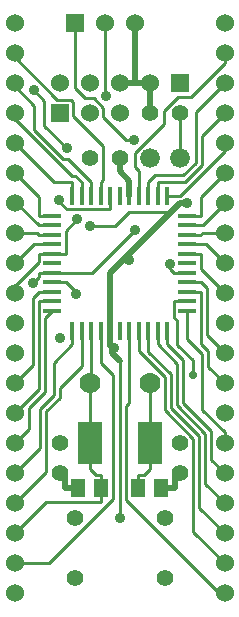
<source format=gtl>
G04 (created by PCBNEW (2013-mar-13)-testing) date Wed 17 Sep 2014 03:38:06 PM PDT*
%MOIN*%
G04 Gerber Fmt 3.4, Leading zero omitted, Abs format*
%FSLAX34Y34*%
G01*
G70*
G90*
G04 APERTURE LIST*
%ADD10C,0.005906*%
%ADD11C,0.055000*%
%ADD12R,0.051200X0.059000*%
%ADD13C,0.066000*%
%ADD14R,0.016000X0.060000*%
%ADD15R,0.060000X0.016000*%
%ADD16R,0.060000X0.060000*%
%ADD17C,0.060000*%
%ADD18C,0.070000*%
%ADD19R,0.080000X0.140000*%
%ADD20C,0.035000*%
%ADD21C,0.028000*%
%ADD22C,0.010000*%
%ADD23C,0.020000*%
G04 APERTURE END LIST*
G54D10*
G54D11*
X57500Y-32000D03*
X56500Y-32000D03*
X59500Y-41500D03*
X59500Y-42500D03*
X55500Y-41500D03*
X55500Y-42500D03*
G54D12*
X56875Y-43000D03*
X56125Y-43000D03*
X58125Y-43000D03*
X58875Y-43000D03*
G54D13*
X58500Y-32000D03*
X59500Y-32000D03*
G54D14*
X57500Y-33250D03*
X57185Y-33250D03*
X56870Y-33250D03*
X56555Y-33250D03*
X56240Y-33250D03*
X55925Y-33250D03*
X57815Y-33250D03*
X58130Y-33250D03*
X58445Y-33250D03*
X58760Y-33250D03*
X59075Y-33250D03*
X57500Y-37750D03*
X57185Y-37750D03*
X56870Y-37750D03*
X56555Y-37750D03*
X56240Y-37750D03*
X55925Y-37750D03*
X57815Y-37750D03*
X58130Y-37750D03*
X58445Y-37750D03*
X58760Y-37750D03*
X59075Y-37750D03*
G54D15*
X55250Y-35500D03*
X59750Y-35500D03*
X55250Y-35815D03*
X59750Y-35815D03*
X59750Y-36130D03*
X55250Y-36130D03*
X55250Y-36445D03*
X59750Y-36445D03*
X59750Y-36760D03*
X55250Y-36760D03*
X55250Y-37075D03*
X59750Y-37075D03*
X59750Y-35185D03*
X55250Y-35185D03*
X55250Y-34870D03*
X59750Y-34870D03*
X59750Y-34555D03*
X55250Y-34555D03*
X55250Y-34240D03*
X59750Y-34240D03*
X59750Y-33925D03*
X55250Y-33925D03*
G54D16*
X56000Y-27500D03*
G54D17*
X57000Y-27500D03*
X58000Y-27500D03*
X54000Y-27500D03*
X54000Y-28500D03*
X54000Y-29500D03*
X54000Y-30500D03*
X54000Y-31500D03*
X54000Y-32500D03*
X54000Y-33500D03*
X54000Y-34500D03*
X54000Y-35500D03*
X54000Y-36500D03*
X54000Y-37500D03*
X54000Y-38500D03*
X54000Y-39500D03*
X54000Y-40500D03*
X54000Y-41500D03*
X54000Y-42500D03*
X54000Y-43500D03*
X54000Y-44500D03*
X54000Y-45500D03*
X54000Y-46500D03*
G54D16*
X55500Y-30500D03*
G54D17*
X55500Y-29500D03*
X56500Y-30500D03*
X56500Y-29500D03*
X57500Y-30500D03*
X57500Y-29500D03*
X61000Y-27500D03*
X61000Y-28500D03*
X61000Y-29500D03*
X61000Y-30500D03*
X61000Y-31500D03*
X61000Y-32500D03*
X61000Y-33500D03*
X61000Y-34500D03*
X61000Y-35500D03*
X61000Y-36500D03*
X61000Y-37500D03*
X61000Y-38500D03*
X61000Y-39500D03*
X61000Y-40500D03*
X61000Y-41500D03*
X61000Y-42500D03*
X61000Y-43500D03*
X61000Y-44500D03*
X61000Y-45500D03*
X61000Y-46500D03*
G54D11*
X59500Y-30500D03*
X58500Y-30500D03*
X59000Y-44000D03*
X59000Y-46000D03*
X56000Y-44000D03*
X56000Y-46000D03*
G54D18*
X56500Y-39500D03*
X58500Y-39500D03*
G54D19*
X56500Y-41500D03*
X58500Y-41500D03*
G54D16*
X59500Y-29500D03*
G54D17*
X58500Y-29500D03*
G54D20*
X55500Y-38000D03*
X57800Y-35400D03*
X56500Y-34250D03*
X57500Y-44000D03*
X57314Y-38333D03*
X59750Y-33500D03*
X54632Y-29728D03*
X55727Y-31671D03*
X55484Y-33397D03*
G54D21*
X59928Y-39228D03*
G54D20*
X56074Y-34035D03*
X57052Y-29937D03*
X58000Y-34400D03*
X57975Y-31378D03*
X54615Y-36150D03*
X56036Y-36521D03*
X59162Y-35523D03*
G54D22*
X57700Y-35300D02*
X57800Y-35400D01*
X59200Y-33800D02*
X57800Y-33800D01*
X57350Y-34250D02*
X56500Y-34250D01*
X57800Y-33800D02*
X57350Y-34250D01*
X57500Y-39250D02*
X57500Y-44000D01*
X57500Y-39250D02*
X57500Y-38750D01*
G54D23*
X57500Y-38750D02*
X57250Y-38500D01*
X57250Y-38500D02*
X57250Y-38398D01*
X57250Y-38398D02*
X57314Y-38333D01*
X57185Y-37750D02*
X57185Y-38250D01*
X57231Y-38250D02*
X57185Y-38250D01*
X57314Y-38333D02*
X57231Y-38250D01*
X59750Y-33500D02*
X59500Y-33500D01*
X59500Y-33500D02*
X59200Y-33800D01*
X57185Y-35815D02*
X57185Y-37750D01*
X58750Y-34250D02*
X57700Y-35300D01*
X57700Y-35300D02*
X57185Y-35815D01*
X59200Y-33800D02*
X58750Y-34250D01*
X58500Y-29500D02*
X58500Y-30500D01*
X58000Y-27500D02*
X58000Y-29500D01*
X58000Y-29500D02*
X58500Y-29500D01*
X58500Y-29500D02*
X57500Y-29500D01*
X55668Y-42668D02*
X55668Y-43000D01*
X55500Y-42500D02*
X55668Y-42668D01*
X56125Y-43000D02*
X55668Y-43000D01*
X59331Y-42668D02*
X59331Y-43000D01*
X59500Y-42500D02*
X59331Y-42668D01*
X58875Y-43000D02*
X59331Y-43000D01*
G54D22*
X59500Y-30500D02*
X59500Y-32000D01*
X58130Y-32409D02*
X58130Y-33250D01*
X58003Y-32283D02*
X58130Y-32409D01*
X58003Y-31813D02*
X58003Y-32283D01*
X58966Y-30850D02*
X58003Y-31813D01*
X58966Y-30431D02*
X58966Y-30850D01*
X59448Y-29950D02*
X58966Y-30431D01*
X59865Y-29950D02*
X59448Y-29950D01*
X61000Y-28815D02*
X59865Y-29950D01*
X61000Y-28500D02*
X61000Y-28815D01*
X58675Y-32568D02*
X58445Y-32799D01*
X59612Y-32568D02*
X58675Y-32568D01*
X60037Y-32143D02*
X59612Y-32568D01*
X60037Y-30462D02*
X60037Y-32143D01*
X61000Y-29500D02*
X60037Y-30462D01*
X58445Y-33250D02*
X58445Y-32799D01*
X58760Y-33250D02*
X58760Y-32799D01*
X60237Y-31262D02*
X61000Y-30500D01*
X60237Y-32226D02*
X60237Y-31262D01*
X59664Y-32799D02*
X60237Y-32226D01*
X58760Y-32799D02*
X59664Y-32799D01*
X61000Y-31747D02*
X61000Y-31500D01*
X59497Y-33250D02*
X61000Y-31747D01*
X59075Y-33250D02*
X59497Y-33250D01*
X60200Y-33299D02*
X60200Y-33925D01*
X61000Y-32500D02*
X60200Y-33299D01*
X59750Y-33925D02*
X60200Y-33925D01*
X60260Y-34240D02*
X59750Y-34240D01*
X61000Y-33500D02*
X60260Y-34240D01*
X60255Y-34500D02*
X60200Y-34555D01*
X61000Y-34500D02*
X60255Y-34500D01*
X59750Y-34555D02*
X60200Y-34555D01*
X60370Y-34870D02*
X59750Y-34870D01*
X61000Y-35500D02*
X60370Y-34870D01*
X55739Y-33700D02*
X57185Y-33700D01*
X55484Y-33445D02*
X55739Y-33700D01*
X55484Y-33397D02*
X55484Y-33445D01*
X57185Y-33250D02*
X57185Y-33700D01*
X54988Y-30931D02*
X55727Y-31671D01*
X54988Y-30085D02*
X54988Y-30931D01*
X54632Y-29728D02*
X54988Y-30085D01*
X56933Y-32736D02*
X56870Y-32799D01*
X56933Y-31575D02*
X56933Y-32736D01*
X55950Y-30592D02*
X56933Y-31575D01*
X55950Y-30127D02*
X55950Y-30592D01*
X55872Y-30049D02*
X55950Y-30127D01*
X55413Y-30049D02*
X55872Y-30049D01*
X54000Y-28636D02*
X55413Y-30049D01*
X54000Y-28500D02*
X54000Y-28636D01*
X56870Y-33250D02*
X56870Y-32799D01*
X56555Y-33250D02*
X56555Y-32799D01*
X54000Y-29588D02*
X54000Y-29500D01*
X54658Y-30247D02*
X54000Y-29588D01*
X54658Y-31062D02*
X54658Y-30247D01*
X55626Y-32029D02*
X54658Y-31062D01*
X55784Y-32029D02*
X55626Y-32029D01*
X56555Y-32799D02*
X55784Y-32029D01*
X56025Y-32584D02*
X56240Y-32799D01*
X55898Y-32584D02*
X56025Y-32584D01*
X54000Y-30686D02*
X55898Y-32584D01*
X54000Y-30500D02*
X54000Y-30686D01*
X56240Y-33250D02*
X56240Y-32799D01*
X55299Y-32799D02*
X55925Y-32799D01*
X54000Y-31500D02*
X55299Y-32799D01*
X55925Y-33250D02*
X55925Y-32799D01*
X54799Y-33299D02*
X54000Y-32500D01*
X54799Y-33925D02*
X54799Y-33299D01*
X55250Y-33925D02*
X54799Y-33925D01*
X55250Y-34240D02*
X54799Y-34240D01*
X54059Y-33500D02*
X54799Y-34240D01*
X54000Y-33500D02*
X54059Y-33500D01*
X54744Y-34500D02*
X54799Y-34555D01*
X54000Y-34500D02*
X54744Y-34500D01*
X55250Y-34555D02*
X54799Y-34555D01*
X60818Y-46500D02*
X61000Y-46500D01*
X57718Y-43399D02*
X60818Y-46500D01*
X57718Y-40255D02*
X57718Y-43399D01*
X57815Y-40158D02*
X57718Y-40255D01*
X57815Y-37750D02*
X57815Y-40158D01*
X58130Y-38419D02*
X58130Y-37750D01*
X59003Y-39292D02*
X58130Y-38419D01*
X59003Y-40397D02*
X59003Y-39292D01*
X59949Y-41343D02*
X59003Y-40397D01*
X59949Y-44449D02*
X59949Y-41343D01*
X61000Y-45500D02*
X59949Y-44449D01*
X58445Y-38443D02*
X58445Y-37750D01*
X59203Y-39201D02*
X58445Y-38443D01*
X59203Y-40314D02*
X59203Y-39201D01*
X60149Y-41260D02*
X59203Y-40314D01*
X60149Y-43649D02*
X60149Y-41260D01*
X61000Y-44500D02*
X60149Y-43649D01*
X59403Y-38843D02*
X58760Y-38200D01*
X59403Y-40231D02*
X59403Y-38843D01*
X60349Y-41177D02*
X59403Y-40231D01*
X60349Y-42849D02*
X60349Y-41177D01*
X61000Y-43500D02*
X60349Y-42849D01*
X58760Y-37750D02*
X58760Y-38200D01*
X59075Y-37750D02*
X59075Y-38200D01*
X59603Y-38728D02*
X59075Y-38200D01*
X59603Y-40148D02*
X59603Y-38728D01*
X60549Y-41094D02*
X59603Y-40148D01*
X60549Y-42049D02*
X60549Y-41094D01*
X61000Y-42500D02*
X60549Y-42049D01*
X59750Y-38012D02*
X59750Y-37075D01*
X60253Y-38516D02*
X59750Y-38012D01*
X60253Y-40390D02*
X60253Y-38516D01*
X61000Y-41137D02*
X60253Y-40390D01*
X61000Y-41500D02*
X61000Y-41137D01*
X59750Y-36760D02*
X59299Y-36760D01*
X59928Y-38718D02*
X59928Y-39228D01*
X59417Y-38207D02*
X59928Y-38718D01*
X59417Y-37417D02*
X59417Y-38207D01*
X59299Y-37299D02*
X59417Y-37417D01*
X59299Y-36760D02*
X59299Y-37299D01*
X59750Y-36445D02*
X60200Y-36445D01*
X60200Y-38179D02*
X60200Y-36445D01*
X60453Y-38433D02*
X60200Y-38179D01*
X60453Y-38953D02*
X60453Y-38433D01*
X61000Y-39500D02*
X60453Y-38953D01*
X57000Y-29884D02*
X57000Y-27500D01*
X57052Y-29937D02*
X57000Y-29884D01*
X55700Y-34409D02*
X56074Y-34035D01*
X55700Y-35185D02*
X55700Y-34409D01*
X55250Y-35185D02*
X55700Y-35185D01*
X55250Y-35185D02*
X54799Y-35185D01*
X54000Y-36241D02*
X54000Y-36500D01*
X54799Y-35441D02*
X54000Y-36241D01*
X54799Y-35185D02*
X54799Y-35441D01*
X56585Y-35815D02*
X58002Y-34397D01*
X55250Y-35815D02*
X56585Y-35815D01*
X57721Y-31378D02*
X57975Y-31378D01*
X56950Y-30607D02*
X57721Y-31378D01*
X56950Y-30313D02*
X56950Y-30607D01*
X56636Y-30000D02*
X56950Y-30313D01*
X56355Y-30000D02*
X56636Y-30000D01*
X56000Y-29644D02*
X56355Y-30000D01*
X56000Y-27500D02*
X56000Y-29644D01*
X55250Y-35815D02*
X54799Y-35815D01*
X54799Y-35966D02*
X54615Y-36150D01*
X54799Y-35815D02*
X54799Y-35966D01*
X56036Y-36466D02*
X56036Y-36521D01*
X55700Y-36130D02*
X56036Y-36466D01*
X55250Y-36130D02*
X55700Y-36130D01*
X54599Y-36645D02*
X54799Y-36445D01*
X54599Y-38900D02*
X54599Y-36645D01*
X54000Y-39500D02*
X54599Y-38900D01*
X55250Y-36445D02*
X54799Y-36445D01*
X54799Y-39700D02*
X54799Y-36760D01*
X54000Y-40500D02*
X54799Y-39700D01*
X55250Y-36760D02*
X54799Y-36760D01*
X55000Y-37324D02*
X55250Y-37075D01*
X55000Y-39795D02*
X55000Y-37324D01*
X54476Y-40318D02*
X55000Y-39795D01*
X54476Y-41023D02*
X54476Y-40318D01*
X54000Y-41500D02*
X54476Y-41023D01*
X55925Y-37750D02*
X55925Y-38200D01*
X55306Y-38818D02*
X55925Y-38200D01*
X55306Y-39900D02*
X55306Y-38818D01*
X54850Y-40357D02*
X55306Y-39900D01*
X54850Y-41649D02*
X54850Y-40357D01*
X54000Y-42500D02*
X54850Y-41649D01*
X56240Y-38915D02*
X56240Y-37750D01*
X55506Y-39648D02*
X56240Y-38915D01*
X55506Y-39983D02*
X55506Y-39648D01*
X55050Y-40440D02*
X55506Y-39983D01*
X55050Y-42449D02*
X55050Y-40440D01*
X54000Y-43500D02*
X55050Y-42449D01*
X59750Y-35185D02*
X60200Y-35185D01*
X60200Y-35700D02*
X60200Y-35185D01*
X61000Y-36500D02*
X60200Y-35700D01*
X59750Y-35815D02*
X59299Y-35815D01*
X59162Y-35677D02*
X59162Y-35523D01*
X59299Y-35815D02*
X59162Y-35677D01*
X59750Y-36130D02*
X60200Y-36130D01*
X60400Y-36330D02*
X60200Y-36130D01*
X60400Y-37900D02*
X60400Y-36330D01*
X61000Y-38500D02*
X60400Y-37900D01*
X54630Y-34870D02*
X55250Y-34870D01*
X54000Y-35500D02*
X54630Y-34870D01*
G54D23*
X57500Y-32434D02*
X57500Y-32000D01*
X57815Y-32749D02*
X57500Y-32434D01*
X57815Y-33250D02*
X57815Y-32749D01*
G54D22*
X58295Y-42554D02*
X58125Y-42554D01*
X58500Y-42350D02*
X58295Y-42554D01*
X58500Y-41500D02*
X58500Y-42350D01*
X58125Y-43000D02*
X58125Y-42554D01*
X58500Y-39500D02*
X58500Y-41500D01*
X56870Y-38825D02*
X56870Y-37750D01*
X57281Y-39237D02*
X56870Y-38825D01*
X57281Y-43372D02*
X57281Y-39237D01*
X55153Y-45500D02*
X57281Y-43372D01*
X54000Y-45500D02*
X55153Y-45500D01*
X55054Y-43445D02*
X54000Y-44500D01*
X56875Y-43445D02*
X55054Y-43445D01*
X56875Y-43000D02*
X56875Y-43445D01*
X56555Y-39445D02*
X56555Y-37750D01*
X56500Y-39500D02*
X56555Y-39445D01*
X56500Y-39500D02*
X56500Y-41500D01*
X56704Y-42554D02*
X56875Y-42554D01*
X56500Y-42350D02*
X56704Y-42554D01*
X56500Y-41500D02*
X56500Y-42350D01*
X56875Y-43000D02*
X56875Y-42554D01*
M02*

</source>
